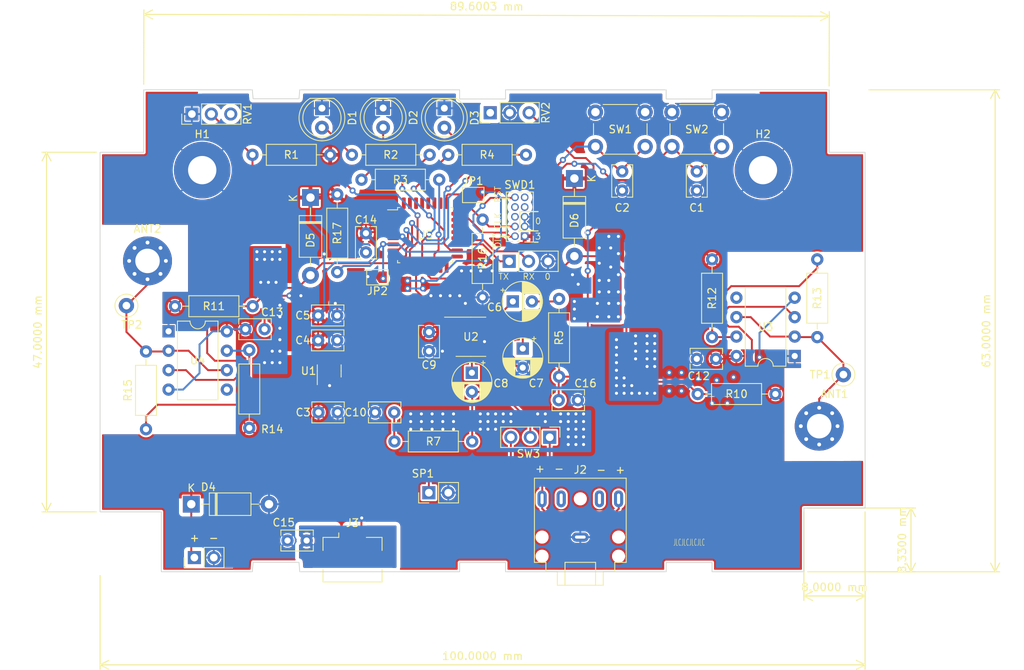
<source format=kicad_pcb>
(kicad_pcb (version 20221018) (generator pcbnew)
  (layers (0 "F.Cu" signal) (31 "B.Cu" signal) (34 "B.Paste" user) (35 "F.Paste" user) (36 "B.SilkS" user "B.Silkscreen") (37 "F.SilkS" user "F.Silkscreen") (38 "B.Mask" user) (39 "F.Mask" user) (44 "Edge.Cuts" user))
  (net 0 "")
  (net 1 "/Oscillators/Pitch Antenna")
  (net 2 "/Oscillators/Volume Antenna")
  (net 3 "GND")
  (net 4 "+5V")
  (net 5 "+3V0")
  (net 6 "/MCU Audio Out")
  (net 7 "Net-(C6-Pad2)")
  (net 8 "Net-(C7-Pad1)")
  (net 9 "Net-(C8-Pad1)")
  (net 10 "Net-(C10-Pad2)")
  (net 11 "Net-(D1-Pad2)")
  (net 12 "Net-(D2-Pad2)")
  (net 13 "Net-(D3-Pad2)")
  (net 14 "/Pitch Frequency")
  (net 15 "/Speaker")
  (net 16 "Net-(C16-Pad2)")
  (net 17 "/Pitch pot")
  (net 18 "/Calibrate Button")
  (net 19 "/Function Button")
  (net 20 "/Sine LED")
  (net 21 "/Square LED")
  (net 22 "/Triangle LED")
  (net 23 "/Output")
  (net 24 "Net-(R14-Pad2)")
  (net 47 "Net-(C8-Pad2)")
  (net 48 "Net-(R12-Pad2)")
  (net 49 "/Volume Frequency")
  (net 50 "/Digital/swdio")
  (net 51 "/Digital/swclk")
  (net 52 "/Digital/RST")
  (net 53 "/Digital/UART TX")
  (net 54 "/Digital/UART RX")
  (net 59 "Net-(C15-Pad1)")
  (net 61 "Net-(J3-Pad2)")
  (footprint "Resistor_THT:R_Axial_DIN0207_L6.3mm_D2.5mm_P10.16mm_Horizontal" (layer "F.Cu") (at 138 78.8 -90)
    (fp_text reference "R16")
    (fp_text value "10k")
  )
  (footprint "Resistor_THT:R_Axial_DIN0207_L6.3mm_D2.5mm_P10.16mm_Horizontal" (layer "F.Cu") (at 168 84 -90)
    (fp_text reference "R12")
    (fp_text value "1Meg")
  )
  (footprint "MountingHole:MountingHole_3.2mm_M3_Pad_Via" (layer "F.Cu") (at 182 105.8)
    (fp_text reference "ANT1")
    (fp_text value "Antenna")
  )
  (footprint "LED_THT:LED_D5.0mm" (layer "F.Cu") (at 117 64.24 -90)
    (fp_text reference "D1")
    (fp_text value "DNF")
  )
  (footprint "TestPoint:TestPoint_Loop_D2.50mm_Drill1.0mm" (layer "F.Cu") (at 185.166 99.06)
    (fp_text reference "TP1")
    (fp_text value "TestPoint")
  )
  (footprint "Capacitor_THT:C_Rect_L4.0mm_W2.5mm_P2.50mm" (layer "F.Cu") (at 150.45 102.4 180)
    (fp_text reference "C16")
    (fp_text value "DNF")
  )
  (footprint "Package_DIP:DIP-8_W7.62mm" (layer "F.Cu") (at 96.95 93.4)
    (fp_text reference "U4")
    (fp_text value "NE555P")
  )
  (footprint "Connector_PinHeader_2.54mm:PinHeader_1x02_P2.54mm_Vertical" (layer "F.Cu") (at 130.975 114.5 90)
    (fp_text reference "SP1")
    (fp_text value "Speaker")
  )
  (footprint "Diode_THT:D_DO-41_SOD81_P10.16mm_Horizontal" (layer "F.Cu") (at 115.5 75.92 -90)
    (fp_text reference "D5")
    (fp_text value "D")
  )
  (footprint "Capacitor_THT:C_Rect_L4.0mm_W2.5mm_P2.50mm" (layer "F.Cu") (at 116.5 94.58)
    (fp_text reference "C4")
    (fp_text value "1u")
  )
  (footprint "Capacitor_THT:CP_Radial_D5.0mm_P2.50mm" (layer "F.Cu") (at 141.94888 89.5)
    (fp_text reference "C6")
    (fp_text value "100u")
  )
  (footprint "Resistor_THT:R_Axial_DIN0207_L6.3mm_D2.5mm_P10.16mm_Horizontal" (layer "F.Cu") (at 122.17 73.58)
    (fp_text reference "R3")
    (fp_text value "DNF")
  )
  (footprint "Package_QFP:LQFP-32_7x7mm_P0.8mm" (layer "F.Cu") (at 130.5 80.83)
    (fp_text reference "U5")
    (fp_text value "STM32G051K8T6")
  )
  (footprint "MountingHole:MountingHole_3.2mm_M3_Pad_Via" (layer "F.Cu") (at 94.2 84.2)
    (fp_text reference "ANT2")
    (fp_text value "Antenna")
  )
  (footprint "Connector_PinHeader_2.54mm:PinHeader_1x02_P2.54mm_Vertical" (layer "F.Cu") (at 100.325 122.98 90)
    (fp_text reference "J1" hide)
    (fp_text value "Conn_01x02_Female")
  )
  (footprint "Capacitor_THT:C_Rect_L4.0mm_W2.5mm_P2.50mm" (layer "F.Cu") (at 131 93.5 -90)
    (fp_text reference "C9")
    (fp_text value ".1u")
  )
  (footprint "Resistor_THT:R_Axial_DIN0207_L6.3mm_D2.5mm_P10.16mm_Horizontal" (layer "F.Cu") (at 176.28 101.6 180)
    (fp_text reference "R10")
    (fp_text value "1K")
  )
  (footprint "Capacitor_THT:C_Rect_L4.0mm_W2.5mm_P2.50mm" (layer "F.Cu") (at 116.5 91.33)
    (fp_text reference "C5")
    (fp_text value ".1u")
  )
  (footprint "Capacitor_THT:C_Rect_L4.0mm_W2.5mm_P2.50mm" (layer "F.Cu") (at 122.75 83.08 90)
    (fp_text reference "C14")
    (fp_text value ".1u")
  )
  (footprint "Resistor_THT:R_Axial_DIN0207_L6.3mm_D2.5mm_P10.16mm_Horizontal" (layer "F.Cu") (at 148 99.33 90)
    (fp_text reference "R5")
    (fp_text value "510k")
  )
  (footprint "Connector_PinHeader_2.54mm:PinHeader_1x03_P2.54mm_Vertical" (layer "F.Cu") (at 141.475 84.25 90)
    (fp_text reference "J4" hide)
    (fp_text value "Conn_01x03_Female")
  )
  (footprint "Diode_THT:D_DO-41_SOD81_P10.16mm_Horizontal" (layer "F.Cu") (at 99.92 116)
    (fp_text reference "D4")
    (fp_text value "D_Zener 12V")
  )
  (footprint "Package_DIP:DIP-8_W7.62mm" (layer "F.Cu") (at 178.8 96.63 180)
    (fp_text reference "U3")
    (fp_text value "NE555P")
  )
  (footprint "Button_Switch_THT:SW_PUSH_6mm" (layer "F.Cu") (at 162.75 64.75)
    (fp_text reference "SW2")
    (fp_text value "DNF")
  )
  (footprint "Capacitor_THT:C_Rect_L4.0mm_W2.5mm_P2.50mm" (layer "F.Cu") (at 116.55 104)
    (fp_text reference "C3")
    (fp_text value ".1u")
  )
  (footprint "MountingHole:MountingHole_3.7mm_Pad" (layer "F.Cu") (at 101.35 72.33)
    (fp_text reference "H1")
    (fp_text value "MountingHole_Pad")
  )
  (footprint "LED_THT:LED_D5.0mm" (layer "F.Cu") (at 125 64.215 -90)
    (fp_text reference "D2")
    (fp_text value "DNF")
  )
  (footprint "Capacitor_THT:C_Rect_L4.0mm_W2.5mm_P2.50mm" (layer "F.Cu") (at 107 93.12)
    (fp_text reference "C13")
    (fp_text value ".1u")
  )
  (footprint "Capacitor_THT:C_Rect_L4.0mm_W2.5mm_P2.50mm" (layer "F.Cu") (at 168.5 97 180)
    (fp_text reference "C12")
    (fp_text value ".1u")
  )
  (footprint "Resistor_THT:R_Axial_DIN0207_L6.3mm_D2.5mm_P10.16mm_Horizontal" (layer "F.Cu") (at 120.92 70.33)
    (fp_text reference "R2")
    (fp_text value "DNF")
  )
  (footprint "Package_TO_SOT_SMD:SOT-23-5" (layer "F.Cu") (at 117.95 98.58 90)
    (fp_text reference "U1")
    (fp_text value "AP2204K-3.0")
  )
  (footprint "MountingHole:MountingHole_3.7mm_Pad" (layer "F.Cu") (at 174.65 72.33)
    (fp_text reference "H2")
    (fp_text value "MountingHole_Pad")
  )
  (footprint "Capacitor_THT:CP_Radial_D5.0mm_P2.50mm" (layer "F.Cu") (at 136.6 98.819328 -90)
    (fp_text reference "C8")
    (fp_text value "470u")
  )
  (footprint "Capacitor_THT:CP_Radial_D5.0mm_P2.50mm" (layer "F.Cu") (at 143.25 95.653992 -90)
    (fp_text reference "C7")
    (fp_text value "100u")
  )
  (footprint "Connector_PinHeader_2.54mm:PinHeader_1x03_P2.54mm_Vertical" (layer "F.Cu") (at 139 64.83 90)
    (fp_text reference "RV2")
    (fp_text value "10k")
  )
  (footprint "Connector_USB:USB_Micro-B_Amphenol_10104110_Horizontal" (layer "F.Cu") (at 121 122)
    (fp_text reference "J3")
    (fp_text value "USB_B_Micro")
  )
  (footprint "Resistor_THT:R_Axial_DIN0207_L6.3mm_D2.5mm_P10.16mm_Horizontal" (layer "F.Cu") (at 107.92 70.33)
    (fp_text reference "R1")
    (fp_text value "DNF")
  )
  (footprint "LED_THT:LED_D5.0mm" (layer "F.Cu") (at 133 64.24 -90)
    (fp_text reference "D3")
    (fp_text value "DNF")
  )
  (footprint "Connector_PinHeader_2.54mm:PinHeader_1x03_P2.54mm_Vertical" (layer "F.Cu") (at 100 65 90)
    (fp_text reference "RV1")
    (fp_text value "DNF")
  )
  (footprint "Connector_PinHeader_2.54mm:PinHeader_1x03_P2.54mm_Vertical" (layer "F.Cu") (at 146.775 107.25 -90)
    (fp_text reference "SW3")
    (fp_text value "SW_SPDT")
  )
  (footprint "Resistor_THT:R_Axial_DIN0207_L6.3mm_D2.5mm_P10.16mm_Horizontal" (layer "F.Cu") (at 94 106.2 90)
    (fp_text reference "R15")
    (fp_text value "1Meg")
  )
  (footprint "Resistor_THT:R_Axial_DIN0207_L6.3mm_D2.5mm_P10.16mm_Horizontal" (layer "F.Cu") (at 107.5 106.03 90)
    (fp_text reference "R14")
    (fp_text value "1Meg")
  )
  (footprint "Jumper:SolderJumper-2_P1.3mm_Open_TrianglePad1.0x1.5mm" (layer "F.Cu") (at 136.775 75.58 180)
    (fp_text reference "JP1")
    (fp_text value "Jumper_2_Open")
  )
  (footprint "Resistor_THT:R_Axial_DIN0207_L6.3mm_D2.5mm_P10.16mm_Horizontal" (layer "F.Cu") (at 119 75.5 -90)
    (fp_text reference "R17")
    (fp_text value "10k")
  )
  (footprint "Capacitor_THT:C_Rect_L4.0mm_W2.5mm_P2.50mm" (layer "F.Cu") (at 123.95 104)
    (fp_text reference "C10")
    (fp_text value ".1u")
  )
  (footprint "Capacitor_THT:C_Rect_L4.0mm_W2.5mm_P2.50mm" (layer "F.Cu") (at 115 120.75 180)
    (fp_text reference "C15")
    (fp_text value ".1u")
  )
  (footprint "Connector_PinHeader_1.27mm:PinHeader_2x05_P1.27mm_Vertical" (layer "F.Cu") (at 143.50289 80.967784 180)
    (fp_text reference "SWD1")
    (fp_text value "Conn_ARM_JTAG_SWD_10")
  )
  (footprint "TestPoint:TestPoint_Loop_D2.50mm_Drill1.0mm" (layer "F.Cu") (at 91.44 90.043)
    (fp_text reference "TP2")
    (fp_text value "TestPoint")
  )
  (footprint "Capacitor_THT:C_Rect_L4.0mm_W2.5mm_P2.50mm" (layer "F.Cu") (at 156.25 75 90)
    (fp_text reference "C2")
    (fp_text value ".1u")
  )
  (footprint "Resistor_THT:R_Axial_DIN0207_L6.3mm_D2.5mm_P10.16mm_Horizontal" (layer "F.Cu") (at 126.48 107.8)
    (fp_text reference "R7")
    (fp_text value "4.7")
  )
  (footprint "Jumper:SolderJumper-2_P1.3mm_Open_TrianglePad1.0x1.5mm" (layer "F.Cu") (at 124.25 86.33 180)
    (fp_text reference "JP2")
    (fp_text value "Jumper_2_Open")
  )
  (footprint "Resistor_THT:R_Axial_DIN0207_L6.3mm_D2.5mm_P10.16mm_Horizontal" (layer "F.Cu") (at 181.75 84 -90)
    (fp_text reference "R13")
    (fp_text value "1Meg")
  )
  (footprint "Resistor_THT:R_Axial_DIN0207_L6.3mm_D2.5mm_P10.16mm_Horizontal" (layer "F.Cu") (at 143.67 70.33 180)
    (fp_text reference "R4")
    (fp_text value "DNF")
  )
  (footprint "Capacitor_THT:C_Rect_L4.0mm_W2.5mm_P2.50mm" (layer "F.Cu") (at 166 75 90)
    (fp_text reference "C1")
    (fp_text value ".1u")
  )
  (footprint "Diode_THT:D_DO-41_SOD81_P10.16mm_Horizontal" (layer "F.Cu") (at 150 73.42 -90)
    (fp_text reference "D6")
    (fp_text value "D")
  )
  (footprint "Resistor_THT:R_Axial_DIN0207_L6.3mm_D2.5mm_P10.16mm_Horizontal" (layer "F.Cu") (at 97.79 90.12)
    (fp_text reference "R11")
    (fp_text value "1K")
  )
  (footprint "Connector_Audio:Jack_3.5mm_CUI_SJ1-3525N_Horizontal" (layer "F.Cu") (at 150.773983 120.301787)
    (fp_text reference "J2")
    (fp_text value "AudioJack3_Dual_Switch")
  )
  (footprint "Button_Switch_THT:SW_PUSH_6mm" (layer "F.Cu") (at 152.75 64.75)
    (fp_text reference "SW1")
    (fp_text value "DNF")
  )
  (footprint "Package_SO:SOIC-8_3.9x4.9mm_P1.27mm" (layer "F.Cu") (at 136.475 94.115)
    (fp_text reference "U2")
    (fp_text value "TDA2822")
  )
  (gr_line (start 141.5 79.75) (end 140.5 79.75) (stroke (width 0.15)) (layer "F.SilkS"))
  (gr_line (start 145.25 81.75) (end 144.75 81.75) (stroke (width 0.15)) (layer "F.SilkS"))
  (gr_line (start 142.875 77.75) (end 142.865 80.28) (stroke (width 0.15)) (layer "F.SilkS"))
  (gr_line (start 145.25 77.75) (end 142.875 77.75) (stroke (width 0.15)) (layer "F.SilkS"))
  (gr_line (start 141.5 76) (end 140.5 76) (stroke (width 0.15)) (layer "F.SilkS"))
  (gr_line (start 141.5 81) (end 140.5 81) (stroke (width 0.15)) (layer "F.SilkS"))
  (gr_line (start 142.936529 80.28) (end 145.25 80.28) (stroke (width 0.15)) (layer "F.SilkS"))
  (gr_poly (pts (xy 88 70) (xy 93.7 70) (xy 93.7 61.83) (xy 107.9 61.83) (xy 108 63) (xy 114 63) (xy 114.1 61.83) (xy 135 61.83) (xy 135 63.03) (xy 141 63.03) (xy 141 61.83) (xy 151.45 61.83) (xy 162 61.83) (xy 162 63.03) (xy 168 63.03) (xy 168 61.83) (xy 183.3 61.83) (xy 183.3 70) (xy 188 70) (xy 188 116.5) (xy 180 116.5) (xy 180 124.83) (xy 168 124.83) (xy 168 123.63) (xy 162 123.63) (xy 162 124.83) (xy 141 124.83) (xy 141 123.63) (xy 135 123.63) (xy 135 124.83) (xy 114.1 124.83) (xy 114 123.6) (xy 108 123.6) (xy 107.9 124.83) (xy 96 124.83) (xy 96 117) (xy 88 117)) (stroke (width 0.1)) (fill none) (layer "Edge.Cuts"))
  (gr_text "David Miall\n2023" (at 167 115) (layer "F.Cu") (effects (font (size 1 1))))
  (gr_text "+" (at 100.35 120.4) (layer "F.SilkS") (effects (font (size 1 1))))
  (gr_text "0" (at 145.25 79) (layer "F.SilkS") (effects (font (size 0.8 0.8) (thickness 0.1))))
  (gr_text "0" (at 146.5 86.25) (layer "F.SilkS") (effects (font (size 0.8 0.8) (thickness 0.1))))
  (gr_text "DIO" (at 140 81.5 90) (layer "F.SilkS") (effects (font (size 0.8 0.8) (thickness 0.1))))
  (gr_text "+" (at 156 111.5) (layer "F.SilkS") (effects (font (size 1 1))))
  (gr_text "RX" (at 144.03 86.25) (layer "F.SilkS") (effects (font (size 0.8 0.8) (thickness 0.1))))
  (gr_text "CLK" (at 140 79 90) (layer "F.SilkS") (effects (font (size 0.8 0.8) (thickness 0.1))))
  (gr_text "3" (at 145.25 81) (layer "F.SilkS") (effects (font (size 0.8 0.8) (thickness 0.1))))
  (gr_text "TX" (at 140.75 86.25) (layer "F.SilkS") (effects (font (size 0.8 0.8) (thickness 0.1))))
  (gr_text "JLCJLCJLCJLC" (at 165 121) (layer "F.SilkS") (effects (font (size 0.85 0.4) (thickness 0.05))))
  (gr_text "-" (at 153.5 111.5) (layer "F.SilkS") (effects (font (size 1 1))))
  (gr_text "-" (at 148 111.5 180) (layer "F.SilkS") (effects (font (size 1 1))))
  (gr_text "+" (at 145.5 111.5 180) (layer "F.SilkS") (effects (font (size 1 1))))
  (gr_text "RST" (at 140 75.5 90) (layer "F.SilkS") (effects (font (size 0.8 0.8) (thickness 0.1))))
  (gr_text "-" (at 102.85 120.4) (layer "F.SilkS") (effects (font (size 1 1))))
  (dimension (type aligned) (layer "F.SilkS") (pts (xy 183.3 61.83) (xy 93.7 61.6)) (height 9.624354) (gr_text "89.6003 mm" (at 138.527657 50.940682 -0.1470758967) (layer "F.SilkS") (effects (font (size 1 1) (thickness 0.15)))) (format (prefix "") (suffix "") (units 3) (units_format 1) (precision 4)) (style (thickness 0.15) (arrow_length 1.27) (text_position_mode 0) (extension_height 0.58642) (extension_offset 0.5) keep_text_aligned))
  (dimension (type aligned) (layer "F.SilkS") (pts (xy 88 124.83) (xy 188 124.83)) (height 12.17) (gr_text "100.0000 mm" (at 138 135.85) (layer "F.SilkS") (effects (font (size 1 1) (thickness 0.15)))) (format (prefix "") (suffix "") (units 3) (units_format 1) (precision 4)) (style (thickness 0.15) (arrow_length 1.27) (text_position_mode 0) (extension_height 0.58642) (extension_offset 0.5) keep_text_aligned))
  (dimension (type aligned) (layer "F.SilkS") (pts (xy 188 61.83) (xy 188 124.83)) (height -17) (gr_text "63.0000 mm" (at 203.85 93.33 90) (layer "F.SilkS") (effects (font (size 1 1) (thickness 0.15)))) (format (prefix "") (suffix "") (units 3) (units_format 1) (precision 4)) (style (thickness 0.15) (arrow_length 1.27) (text_position_mode 0) (extension_height 0.58642) (extension_offset 0.5) keep_text_aligned))
  (dimension (type aligned) (layer "F.SilkS") (pts (xy 180 124.83) (xy 180 116.5)) (height 14) (gr_text "8.3300 mm" (at 192.85 120.665 90) (layer "F.SilkS") (effects (font (size 1 1) (thickness 0.15)))) (format (prefix "") (suffix "") (units 3) (units_format 1) (precision 4)) (style (thickness 0.15) (arrow_length 1.27) (text_position_mode 0) (extension_height 0.58642) (extension_offset 0.5) keep_text_aligned))
  (dimension (type aligned) (layer "F.SilkS") (pts (xy 180 116.5) (xy 188 116.5)) (height 11.5) (gr_text "8.0000 mm" (at 184 126.85) (layer "F.SilkS") (effects (font (size 1 1) (thickness 0.15)))) (format (prefix "") (suffix "") (units 3) (units_format 1) (precision 4)) (style (thickness 0.15) (arrow_length 1.27) (text_position_mode 0) (extension_height 0.58642) (extension_offset 0.5) keep_text_aligned))
  (dimension (type aligned) (layer "F.SilkS") (pts (xy 88 70) (xy 88 117)) (height 7) (gr_text "47.0000 mm" (at 79.85 93.5 90) (layer "F.SilkS") (effects (font (size 1 1) (thickness 0.15)))) (format (prefix "") (suffix "") (units 3) (units_format 1) (precision 4)) (style (thickness 0.15) (arrow_length 1.27) (text_position_mode 0) (extension_height 0.58642) (extension_offset 0.5) keep_text_aligned))
  (segment (start 175.59 94.09) (end 178.8 94.09) (width 0.25) (layer "F.Cu") (net 1))
  (segment (start 178.87 94.16) (end 178.8 94.09) (width 0.25) (layer "F.Cu") (net 1))
  (segment (start 182 102.226) (end 185.166 99.06) (width 0.25) (layer "F.Cu") (net 1))
  (segment (start 185.166 99.06) (end 185.166 97.576) (width 0.25) (layer "F.Cu") (net 1))
  (segment (start 181.75 94.16) (end 178.87 94.16) (width 0.25) (layer "F.Cu") (net 1))
  (segment (start 173.05 91.55) (end 175.59 94.09) (width 0.25) (layer "F.Cu") (net 1))
  (segment (start 171.18 91.55) (end 173.05 91.55) (width 0.25) (layer "F.Cu") (net 1))
  (segment (start 182 105.8) (end 182 102.226) (width 0.25) (layer "F.Cu") (net 1))
  (segment (start 185.166 97.576) (end 181.75 94.16) (width 0.25) (layer "F.Cu") (net 1))
  (segment (start 91.44 90.043) (end 91.44 93.48) (width 0.25) (layer "F.Cu") (net 2))
  (segment (start 94.2 84.2) (end 94.2 87.283) (width 0.25) (layer "F.Cu") (net 2))
  (segment (start 94 96.04) (end 96.85 96.04) (width 0.25) (layer "F.Cu") (net 2))
  (segment (start 91.44 93.48) (end 94 96.04) (width 0.25) (layer "F.Cu") (net 2))
  (segment (start 96.85 96.04) (end 96.95 95.94) (width 0.25) (layer "F.Cu") (net 2))
  (segment (start 99.57 95.94) (end 96.95 95.94) (width 0.25) (layer "F.Cu") (net 2))
  (segment (start 102.11 98.48) (end 99.57 95.94) (width 0.25) (layer "F.Cu") (net 2))
  (segment (start 94.2 87.283) (end 91.44 90.043) (width 0.25) (layer "F.Cu") (net 2))
  (segment (start 104.57 98.48) (end 102.11 98.48) (width 0.25) (layer "F.Cu") (net 2))
  (segment (start 138.25 94.75) (end 138.415 94.915) (width 0.25) (layer "F.Cu") (net 3))
  (segment (start 118.75 89.75) (end 119 90) (width 0.25) (layer "F.Cu") (net 3))
  (segment (start 132.75 96) (end 133.98 96) (width 0.25) (layer "F.Cu") (net 3))
  (segment (start 117.95 99.7175) (end 117.95 100.45) (width 0.25) (layer "F.Cu") (net 3))
  (segment (start 133.98 96) (end 134 96.02) (width 0.25) (layer "F.Cu") (net 3))
  (segment (start 127.130689 81.010707) (end 126.911396 81.23) (width 0.25) (layer "F.Cu") (net 3))
  (segment (start 112.75 88.75) (end 110.75 88.75) (width 0.25) (layer "F.Cu") (net 3))
  (segment (start 127.513234 81.010707) (end 127.130689 81.010707) (width 0.25) (layer "F.Cu") (net 3))
  (segment (start 140.52 96.02) (end 142.653992 98.153992) (width 0.25) (layer "F.Cu") (net 3))
  (segment (start 142.653992 98.153992) (end 143.25 98.153992) (width 0.25) (layer "F.Cu") (net 3))
  (segment (start 110.75 88.75) (end 109.5 90) (width 0.25) (layer "F.Cu") (net 3))
  (segment (start 122.160421 117.839579) (end 122.2 117.8) (width 0.25) (layer "F.Cu") (net 3))
  (segment (start 117.95 100.45) (end 118 100.5) (width 0.25) (layer "F.Cu") (net 3))
  (segment (start 122.160421 120.485627) (end 122.160421 117.839579) (width 0.25) (layer "F.Cu") (net 3))
  (segment (start 123.525 86.33) (end 123.08 86.33) (width 0.25) (layer "F.Cu") (net 3))
  (segment (start 109.5 90) (end 109.5 93.12) (width 0.25) (layer "F.Cu") (net 3))
  (segment (start 138.95 96.02) (end 140.52 96.02) (width 0.25) (layer "F.Cu") (net 3))
  (segment (start 112.75 88.75) (end 114.25 88.75) (width 0.25) (layer "F.Cu") (net 3))
  (segment (start 138.415 94.915) (end 139.475 94.915) (width 0.25) (layer "F.Cu") (net 3))
  (segment (start 126.911396 81.23) (end 126.325 81.23) (width 0.25) (layer "F.Cu") (net 3))
  (segment (start 119 90) (end 119 91.33) (width 0.25) (layer "F.Cu") (net 3))
  (segment (start 123.08 86.33) (end 123 86.25) (width 0.25) (layer "F.Cu") (net 3))
  (via (at 139.25 85.5) (size 0.8) (drill 0.4) (layers "F.Cu" "B.Cu") (net 3))
  (via (at 133.75 88.75) (size 0.8) (drill 0.4) (layers "F.Cu" "B.Cu") (net 3))
  (via (at 131.25 88.75) (size 0.8) (drill 0.4) (layers "F.Cu" "B.Cu") (net 3))
  (via (at 138.25 94.75) (size 0.8) (drill 0.4) (layers "F.Cu" "B.Cu") (net 3))
  (via (at 137.75 85.5) (size 0.8) (drill 0.4) (layers "F.Cu" "B.Cu") (net 3))
  (via (at 123 86.25) (size 0.8) (drill 0.4) (layers "F.Cu" "B.Cu") (net 3))
  (via (at 114.25 88.75) (size 0.8) (drill 0.4) (layers "F.Cu" "B.Cu") (net 3))
  (via (at 118 100.5) (size 0.8) (drill 0.4) (layers "F.Cu" "B.Cu") (net 3))
  (via (at 118.75 89.75) (size 0.8) (drill 0.4) (layers "F.Cu" "B.Cu") (net 3))
  (via (at 132.75 96) (size 0.8) (drill 0.4) (layers "F.Cu" "B.Cu") (net 3))
  (via (at 127.513234 81.010707) (size 0.8) (drill 0.4) (layers "F.Cu" "B.Cu") (net 3))
  (via (at 132.5 88.75) (size 0.8) (drill 0.4) (layers "F.Cu" "B.Cu") (net 3))
  (via (at 135.75 89.75) (size 0.8) (drill 0.4) (layers "F.Cu" "B.Cu") (net 3))
  (via (at 112.75 88.75) (size 0.8) (drill 0.4) (layers "F.Cu" "B.Cu") (net 3))
  (via (at 135 88.75) (size 0.8) (drill 0.4) (layers "F.Cu" "B.Cu") (net 3))
  (via (at 135.25 85.5) (size 0.8) (drill 0.4) (layers "F.Cu" "B.Cu") (net 3))
  (via (at 122.2 117.8) (size 0.8) (drill 0.4) (layers "F.Cu" "B.Cu") (net 3))
  (via (at 149.75 86) (size 0.8) (drill 0.4) (layers "F.Cu" "B.Cu") (net 3))
  (via (at 136.5 85.5) (size 0.8) (drill 0.4) (layers "F.Cu" "B.Cu") (net 3))
  (via (at 150.5 87.25) (size 0.8) (drill 0.4) (layers "F.Cu" "B.Cu") (net 3))
  (segment (start 119.05 113.05) (end 119.05 104) (width 0.25) (layer "B.Cu") (net 3))
  (segment (start 122.2 117.8) (end 122.2 116.2) (width 0.25) (layer "B.Cu") (net 3))
  (segment (start 122.2 116.2) (end 119.05 113.05) (width 0.25) (layer "B.Cu") (net 3))
  (segment (start 118.9 99.7175) (end 118.9 99.333249) (width 0.25) (layer "F.Cu") (net 4))
  (segment (start 99.92 122.575) (end 100.325 122.98) (width 0.25) (layer "F.Cu") (net 4))
  (segment (start 116.55 104) (end 116.55 100.1675) (width 0.25) (layer "F.Cu") (net 4))
  (segment (start 117 99.333249) (end 117 99.7175) (width 0.25) (layer "F.Cu") (net 4))
  (segment (start 117.603249 98.73) (end 117 99.333249) (width 0.25) (layer "F.Cu") (net 4))
  (segment (start 178.75 88.96) (end 178.8 89.01) (width 0.25) (layer "F.Cu") (net 4))
  (segment (start 170.81 97) (end 171.18 96.63) (width 0.25) (layer "F.Cu") (net 4))
  (segment (start 168.5 97) (end 170.81 97) (width 0.25) (layer "F.Cu") (net 4))
  (segment (start 99.92 116) (end 99.92 122.575) (width 0.25) (layer "F.Cu") (net 4))
  (segment (start 133.98 93.5) (end 131 93.5) (width 0.25) (layer "F.Cu") (net 4))
  (segment (start 134 93.48) (end 133.98 93.5) (width 0.25) (layer "F.Cu") (net 4))
  (segment (start 116.55 113.75) (end 116.55 104) (width 0.25) (layer "F.Cu") (net 4))
  (segment (start 118.9 99.333249) (end 118.296751 98.73) (width 0.25) (layer "F.Cu") (net 4))
  (segment (start 118.296751 98.73) (end 117.603249 98.73) (width 0.25) (layer "F.Cu") (net 4))
  (segment (start 119.560421 120.485627) (end 119.560421 116.760421) (width 0.25) (layer "F.Cu") (net 4))
  (segment (start 119.560421 116.760421) (end 116.55 113.75) (width 0.25) (layer "F.Cu") (net 4))
  (segment (start 116.55 100.1675) (end 117 99.7175) (width 0.25) (layer "F.Cu") (net 4))
  (via (at 131.4 105.2) (size 0.8) (drill 0.4) (layers "F.Cu" "B.Cu") (net 4))
  (via (at 134.2 104.2) (size 0.8) (drill 0.4) (layers "F.Cu" "B.Cu") (net 4))
  (via (at 128.6 106.2) (size 0.8) (drill 0.4) (layers "F.Cu" "B.Cu") (net 4))
  (via (at 170 102.8) (size 0.8) (drill 0.4) (layers "F.Cu" "B.Cu") (net 4))
  (via (at 109.5 84) (size 0.8) (drill 0.4) (layers "F.Cu" "B.Cu") (net 4))
  (via (at 110.5 83) (size 0.8) (drill 0.4) (layers "F.Cu" "B.Cu") (net 4))
  (via (at 140.7 104.2) (size 0.8) (drill 0.4) (layers "F.Cu" "B.Cu") (net 4))
  (via (at 139.7 105.2) (size 0.8) (drill 0.4) (layers "F.Cu" "B.Cu") (net 4))
  (via (at 160.5 96) (size 0.8) (drill 0.4) (layers "F.Cu" "B.Cu") (net 4))
  (via (at 155.5 94.5) (size 0.8) (drill 0.4) (layers "F.Cu" "B.Cu") (net 4))
  (via (at 140.7 105.2) (size 0.8) (drill 0.4) (layers "F.Cu" "B.Cu") (net 4))
  (via (at 150.2 104.2) (size 0.8) (drill 0.4) (layers "F.Cu" "B.Cu") (net 4))
  (via (at 111.5 90) (size 0.8) (drill 0.4) (layers "F.Cu" "B.Cu") (net 4))
  (via (at 134.2 105.2) (size 0.8) (drill 0.4) (layers "F.Cu" "B.Cu") (net 4))
  (via (at 110 87) (size 0.8) (drill 0.4) (layers "F.Cu" "B.Cu") (net 4))
  (via (at 130 106.2) (size 0.8) (drill 0.4) (layers "F.Cu" "B.Cu") (net 4))
  (via (at 155.5 97.5) (size 0.8) (drill 0.4) (layers "F.Cu" "B.Cu") (net 4))
  (via (at 151.2 108.2) (size 0.8) (drill 0.4) (layers "F.Cu" "B.Cu") (net 4))
  (via (at 151.2 105.2) (size 0.8) (drill 0.4) (layers "F.Cu" "B.Cu") (net 4))
  (via (at 128.6 104.2) (size 0.8) (drill 0.4) (layers "F.Cu" "B.Cu") (net 4))
  (via (at 134.2 106.2) (size 0.8) (drill 0.4) (layers "F.Cu" "B.Cu") (net 4))
  (via (at 155.5 100.5) (size 0.8) (drill 0.4) (layers "F.Cu" "B.Cu") (net 4))
  (via (at 159.5 94) (size 0.8) (drill 0.4) (layers "F.Cu" "B.Cu") (net 4))
  (via (at 151.2 106.2) (size 0.8) (drill 0.4) (layers "F.Cu" "B.Cu") (net 4))
  (via (at 155.5 101.5) (size 0.8) (drill 0.4) (layers "F.Cu" "B.Cu") (net 4))
  (via (at 174.2 96.8) (size 0.8) (drill 0.4) (layers "F.Cu" "B.Cu") (net 4))
  (via (at 149.2 104.2) (size 0.8) (drill 0.4) (layers "F.Cu" "B.Cu") (net 4))
  (via (at 131.4 104.2) (size 0.8) (drill 0.4) (layers "F.Cu" "B.Cu") (net 4))
  (via (at 151.2 107.2) (size 0.8) (drill 0.4) (layers "F.Cu" "B.Cu") (net 4))
  (via (at 149.2 106.2) (size 0.8) (drill 0.4) (layers "F.Cu" "B.Cu") (net 4))
  (via (at 155.5 96.5) (size 0.8) (drill 0.4) (layers "F.Cu" "B.Cu") (net 4))
  (via (at 159.5 95) (size 0.8) (drill 0.4) (layers "F.Cu" "B.Cu") (net 4))
  (via (at 111.5 94.5) (size 0.8) (drill 0.4) (layers "F.Cu" "B.Cu") (net 4))
  (via (at 108.5 84) (size 0.8) (drill 0.4) (layers "F.Cu" "B.Cu") (net 4))
  (via (at 158 96) (size 0.8) (drill 0.4) (layers "F.Cu" "B.Cu") (net 4))
  (via (at 130 105.2) (size 0.8) (drill 0.4) (layers "F.Cu" "B.Cu") (net 4))
  (via (at 111.5 96) (size 0.8) (drill 0.4) (layers "F.Cu" "B.Cu") (net 4))
  (via (at 150.2 107.2) (size 0.8) (drill 0.4) (layers "F.Cu" "B.Cu") (net 4))
  (via (at 150.2 106.2) (size 0.8) (drill 0.4) (layers "F.Cu" "B.Cu") (net 4))
  (via (at 158.5 101.5) (size 0.8) (drill 0.4) (layers "F.Cu" "B.Cu") (net 4))
  (via (at 149.2 108.2) (size 0.8) (drill 0.4) (layers "F.Cu" "B.Cu") (net 4))
  (via (at 158 97) (size 0.8) (drill 0.4) (layers "F.Cu" "B.Cu") (net 4))
  (via (at 108.5 83) (size 0.8) (drill 0.4) (layers "F.Cu" "B.Cu") (net 4))
  (via (at 149.2 107.2) (size 0.8) (drill 0.4) (layers "F.Cu" "B.Cu") (net 4))
  (via (at 148.2 105.2) (size 0.8) (drill 0.4) (layers "F.Cu" "B.Cu") (net 4))
  (via (at 141.7 104.2) (size 0.8) (drill 0.4) (layers "F.Cu" "B.Cu") (net 4))
  (via (at 132.8 104.2) (size 0.8) (drill 0.4) (layers "F.Cu" "B.Cu") (net 4))
  (via (at 138.7 105.2) (size 0.8) (drill 0.4) (layers "F.Cu" "B.Cu") (net 4))
  (via (at 111.5 84) (size 0.8) (drill 0.4) (layers "F.Cu" "B.Cu") (net 4))
  (via (at 149.2 105.2) (size 0.8) (drill 0.4) (layers "F.Cu" "B.Cu") (net 4))
  (via (at 148.2 104.2) (size 0.8) (drill 0.4) (layers "F.Cu" "B.Cu") (net 4))
  (via (at 145.2 104.2) (size 0.8) (drill 0.4) (layers "F.Cu" "B.Cu") (net 4))
  (via (at 110.5 96) (size 0.8) (drill 0.4) (layers "F.Cu" "B.Cu") (net 4))
  (via (at 159.5 98) (size 0.8) (drill 0.4) (layers "F.Cu" "B.Cu") (net 4))
  (via (at 162.4 98.8) (size 0.8) (drill 0.4) (layers "F.Cu" "B.Cu") (net 4))
  (via (at 131.4 106.2) (size 0.8) (drill 0.4) (layers "F.Cu" "B.Cu") (net 4))
  (via (at 159.5 96) (size 0.8) (drill 0.4) (layers "F.Cu" "B.Cu") (net 4))
  (via (at 168 102.8) (size 0.8) (drill 0.4) (layers "F.Cu" "B.Cu") (net 4))
  (via (at 110.5 84) (size 0.8) (drill 0.4) (layers "F.Cu" "B.Cu") (net 4))
  (via (at 162.4 101.2) (size 0.8) (drill 0.4) (layers "F.Cu" "B.Cu") (net 4))
  (via (at 155.5 98.5) (size 0.8) (drill 0.4) (layers "F.Cu" "B.Cu") (net 4))
  (via (at 160.5 95) (size 0.8) (drill 0.4) (layers "F.Cu" "B.Cu") (net 4))
  (via (at 150.2 108.2) (size 0.8) (drill 0.4) (layers "F.Cu" "B.Cu") (net 4))
  (via (at 141.7 105.2) (size 0.8) (drill 0.4) (layers "F.Cu" "B.Cu") (net 4))
  (via (at 166.2 99.6) (size 0.8) (drill 0.4) (layers "F.Cu" "B.Cu") (net 4))
  (via (at 128.6 105.2) (size 0.8) (drill 0.4) (layers "F.Cu" "B.Cu") (net 4))
  (via (at 160.5 97) (size 0.8) (drill 0.4) (layers "F.Cu" "B.Cu") (net 4))
  (via (at 111.5 97.5) (size 0.8) (drill 0.4) (layers "F.Cu" "B.Cu") (net 4))
  (via (at 111.5 91.5) (size 0.8) (drill 0.4) (layers "F.Cu" "B.Cu") (net 4))
  (via (at 137.7 105.2) (size 0.8) (drill 0.4) (layers "F.Cu" "B.Cu") (net 4))
  (via (at 155.5 95.5) (size 0.8) (drill 0.4) (layers "F.Cu" "B.Cu") (net 4))
  (via (at 160.5 101.5) (size 0.8) (drill 0.4) (layers "F.Cu" "B.Cu") (net 4))
  (via (at 160.5 94) (size 0.8) (drill 0.4) (layers "F.Cu" "B.Cu") (net 4))
  (via (at 130 104.2) (size 0.8) (drill 0.4) (layers "F.Cu" "B.Cu") (net 4))
  (via (at 132.8 106.2) (size 0.8) (drill 0.4) (layers "F.Cu" "B.Cu") (net 4))
  (via (at 159.5 97) (size 0.8) (drill 0.4) (layers "F.Cu" "B.Cu") (net 4))
  (via (at 170.8 99.4) (size 0.8) (drill 0.4) (layers "F.Cu" "B.Cu") (net 4))
  (via (at 109.5 97.5) (size 0.8) (drill 0.4) (layers "F.Cu" "B.Cu") (net 4))
  (via (at 164 101.2) (size 0.8) (drill 0.4) (layers "F.Cu" "B.Cu") (net 4))
  (via (at 164 98.8) (size 0.8) (drill 0.4) (layers "F.Cu" "B.Cu") (net 4))
  (via (at 137.7 104.2) (size 0.8) (drill 0.4) (layers "F.Cu" "B.Cu") (net 4))
  (via (at 156.5 99.5) (size 0.8) (drill 0.4) (layers "F.Cu" "B.Cu") (net 4))
  (via (at 146.2 104.2) (size 0.8) (drill 0.4) (layers "F.Cu" "B.Cu") (net 4))
  (via (at 110.5 97.5) (size 0.8) (drill 0.4) (layers "F.Cu" "B.Cu") (net 4))
  (via (at 156.5 101.5) (size 0.8) (drill 0.4) (layers "F.Cu" "B.Cu") (net 4))
  (via (at 168.6 99.8) (size 0.8) (drill 0.4) (layers "F.Cu" "B.Cu") (net 4))
  (via (at 158 95) (size 0.8) (drill 0.4) (layers "F.Cu" "B.Cu") (net 4))
  (via (at 159.5 101.5) (size 0.8) (drill 0.4) (layers "F.Cu" "B.Cu") (net 4))
  (via (at 111 87) (size 0.8) (drill 0.4) (layers "F.Cu" "B.Cu") (net 4))
  (via (at 109 87) (size 0.8) (drill 0.4) (layers "F.Cu" "B.Cu") (net 4))
  (via (at 139.7 106.2) (size 0.8) (drill 0.4) (layers "F.Cu" "B.Cu") (net 4))
  (via (at 111.5 83) (size 0.8) (drill 0.4) (layers "F.Cu" "B.Cu") (net 4))
  (via (at 157.5 101.5) (size 0.8) (drill 0.4) (layers "F.Cu" "B.Cu") (net 4))
  (via (at 150.2 105.2) (size 0.8) (drill 0.4) (layers "F.Cu" "B.Cu") (net 4))
  (via (at 146.2 105.2) (size 0.8) (drill 0.4) (layers "F.Cu" "B.Cu") (net 4))
  (via (at 157.5 100.5) (size 0.8) (drill 0.4) (layers "F.Cu" "B.Cu") (net 4))
  (via (at 111.5 93) (size 0.8) (drill 0.4) (layers "F.Cu" "B.Cu") (net 4))
  (via (at 155.5 99.5) (size 0.8) (drill 0.4) (layers "F.Cu" "B.Cu") (net 4))
  (via (at 160.5 98) (size 0.8) (drill 0.4) (layers "F.Cu" "B.Cu") (net 4))
  (via (at 139.7 104.2) (size 0.8) (drill 0.4) (layers "F.Cu" "B.Cu") (net 4))
  (via (at 109.5 83) (size 0.8) (drill 0.4) (layers "F.Cu" "B.Cu") (net 4))
  (via (at 132.8 105.2) (size 0.8) (drill 0.4) (layers "F.Cu" "B.Cu") (net 4))
  (via (at 151.2 104.2) (size 0.8) (drill 0.4) (layers "F.Cu" "B.Cu") (net 4))
  (via (at 158 94) (size 0.8) (drill 0.4) (layers "F.Cu" "B.Cu") (net 4))
  (via (at 138.7 106.2) (size 0.8) (drill 0.4) (layers "F.Cu" "B.Cu") (net 4))
  (via (at 156.5 100.5) (size 0.8) (drill 0.4) (layers "F.Cu" "B.Cu") (net 4))
  (via (at 138.7 104.2) (size 0.8) (drill 0.4) (layers "F.Cu" "B.Cu") (net 4))
  (via (at 137.7 106.2) (size 0.8) (drill 0.4) (layers "F.Cu" "B.Cu") (net 4))
  (segment (start 178.8 89.01) (end 174.2 93.61) (width 0.25) (layer "B.Cu") (net 4))
  (segment (start 107 93.12) (end 104.85 93.12) (width 0.25) (layer "B.Cu") (net 4))
  (segment (start 102.72 93.4) (end 101 95.12) (width 0.25) (layer "B.Cu") (net 4))
  (segment (start 101 95.12) (end 101 98.87) (width 0.25) (layer "B.Cu") (net 4))
  (segment (start 174.2 93.61) (end 174.2 96.8) (width 0.25) (layer "B.Cu") (net 4))
  (segment (start 98.85 101.02) (end 96.95 101.02) (width 0.25) (layer "B.Cu") (net 4))
  (segment (start 104.57 93.4) (end 102.72 93.4) (width 0.25) (layer "B.Cu") (net 4))
  (segment (start 101 98.87) (end 98.85 101.02) (width 0.25) (layer "B.Cu") (net 4))
  (segment (start 104.85 93.12) (end 104.57 93.4) (width 0.25) (layer "B.Cu") (net 4))
  (segment (start 122.75 79.25) (end 119 75.5) (width 0.25) (layer "F.Cu") (net 5))
  (segment (start 137.5 75.58) (end 137.62 75.58) (width 0.25) (layer "F.Cu") (net 5))
  (segment (start 122.75 80.58) (end 122.92 80.58) (width 0.25) (layer "F.Cu") (net 5))
  (segment (start 119 75.5) (end 115.92 75.5) (width 0.25) (layer "F.Cu") (net 5))
  (segment (start 117 95.08) (end 116.5 94.58) (width 0.25) (layer "F.Cu") (net 5))
  (segment (start 137.62 75.58) (end 138 75.2) (width 0.25) (layer "F.Cu") (net 5))
  (segment (start 122.92 80.58) (end 123.07 80.43) (width 0.25) (layer "F.Cu") (net 5))
  (segment (start 122.75 80.58) (end 122.75 79.25) (width 0.25) (layer "F.Cu") (net 5))
  (segment (start 116.5 94.58) (end 116.5 91.33) (width 0.25) (layer "F.Cu") (net 5))
  (segment (start 123.07 80.43) (end 126.325 80.43) (width 0.25) (layer "F.Cu") (net 5))
  (segment (start 117 97.4425) (end 117 95.08) (width 0.25) (layer "F.Cu") (net 5))
  (segment (start 115.92 75.5) (end 115.5 75.92) (width 0.25) (layer "F.Cu") (net 5))
  (via (at 155.75 86) (size 0.8) (drill 0.4) (layers "F.Cu" "B.Cu") (net 5))
  (via (at 128.2 87.8) (size 0.8) (drill 0.4) (layers "F.Cu" "B.Cu") (net 5))
  (via (at 155.75 81) (size 0.8) (drill 0.4) (layers "F.Cu" "B.Cu") (net 5))
  (via (at 150 89.5) (size 0.8) (drill 0.4) (layers "F.Cu" "B.Cu") (net 5))
  (via (at 155.75 89.75) (size 0.8) (drill 0.4) (layers "F.Cu" "B.Cu") (net 5))
  (via (at 153 89.75) (size 0.8) (drill 0.4) (layers "F.Cu" "B.Cu") (net 5))
  (via (at 154.5 81) (size 0.8) (drill 0.4) (layers "F.Cu" "B.Cu") (net 5))
  (via (at 153 91.5) (size 0.8) (drill 0.4) (layers "F.Cu" "B.Cu") (net 5))
  (via (at 154.5 86.75) (size 0.8) (drill 0.4) (layers "F.Cu" "B.Cu") (net 5))
  (via (at 155.75 83.25) (size 0.8) (drill 0.4) (layers "F.Cu" "B.Cu") (net 5))
  (via (at 155.75 91.5) (size 0.8) (drill 0.4) (layers "F.Cu" "B.Cu") (net 5))
  (via (at 150 91.75) (size 0.8) (drill 0.4) (layers "F.Cu" "B.Cu") (net 5))
  (via (at 153.25 82.5) (size 0.8) (drill 0.4) (layers "F.Cu" "B.Cu") (net 5))
  (via (at 117.299999 83.300001) (size 0.8) (drill 0.4) (layers "F.Cu" "B.Cu") (net 5))
  (via (at 128.2 86.8) (size 0.8) (drill 0.4) (layers "F.Cu" "B.Cu") (net 5))
  (via (at 154.75 82.5) (size 0.8) (drill 0.4) (layers "F.Cu" "B.Cu") (net 5))
  (via (at 153.25 88.25) (size 0.8) (drill 0.4) (layers "F.Cu" "B.Cu") (net 5))
  (via (at 130.2 86.8) (size 0.8) (drill 0.4) (layers "F.Cu" "B.Cu") (net 5))
  (via (at 138 75.2) (size 0.8) (drill 0.4) (layers "F.Cu" "B.Cu") (net 5))
  (via (at 130.2 87.8) (size 0.8) (drill 0.4) (layers "F.Cu" "B.Cu") (net 5))
  (via (at 150 90.5) (size 0.8) (drill 0.4) (layers "F.Cu" "B.Cu") (net 5))
  (via (at 153.25 86.75) (size 0.8) (drill 0.4) (layers "F.Cu" "B.Cu") (net 5))
  (via (at 155.75 88.25) (size 0.8) (drill 0.4) (layers "F.Cu" "B.Cu") (net 5))
  (via (at 154.5 91.5) (size 0.8) (drill 0.4) (layers "F.Cu" "B.Cu") (net 5))
  (via (at 138.4 84.2) (size 0.8) (drill 0.4) (layers "F.Cu" "B.Cu") (net 5))
  (via (at 154.5 88.25) (size 0.8) (drill 0.4) (layers "F.Cu" "B.Cu") (net 5))
  (via (at 153.25 84.5) (size 0.8) (drill 0.4) (layers "F.Cu" "B.Cu") (net 5))
  (via (at 154.75 85) (size 0.8) (drill 0.4) (layers "F.Cu" "B.Cu") (net 5))
  (via (at 154.5 89.75) (size 0.8) (drill 0.4) (layers "F.Cu" "B.Cu") (net 5))
  (segment (start 134.6 84.2) (end 138.4 84.2) (width 0.25) (layer "B.Cu") (net 5))
  (segment (start 138 75.2) (end 139.6 75.2) (width 0.25) (layer "B.Cu") (net 5))
  (segment (start 117.299999 80.899999) (end 115.5 79.1) (width 0.25) (layer "B.Cu") (net 5))
  (segment (start 116.5 91.33) (end 117.299999 90.530001) (width 0.25) (layer "B.Cu") (net 5))
  (segment (start 130.2 86.8) (end 132 86.8) (width 0.25) (layer "B.Cu") (net 5))
  (segment (start 117.299999 83.300001) (end 117.299999 80.899999) (width 0.25) (layer "B.Cu") (net 5))
  (segment (start 123.089999 84.410001) (end 124 83.5) (width 0.25) (layer "B.Cu") (net 5))
  (segment (start 124 81.83) (end 122.75 80.58) (width 0.25) (layer "B.Cu") (net 5))
  (segment (start 117.299999 90.530001) (end 117.299999 85.76901) (width 0.25) (layer "B.Cu") (net 5))
  (segment (start 117.299999 85.76901) (end 117.299999 83.300001) (width 0.25) (layer "B.Cu") (net 5))
  (segment (start 124 83.5) (end 124 81.83) (width 0.25) (layer "B.Cu") (net 5))
  (segment (start 128.2 86.8) (end 130.2 86.8) (width 0.25) (layer "B.Cu") (net 5))
  (segment (start 140.4 76) (end 140.4 82.2) (width 0.25) (layer "B.Cu") (net 5))
  (segment (start 140.4 82.2) (end 138.4 84.2) (width 0.25) (layer "B.Cu") (net 5))
  (segment (start 130.2 87.8) (end 128.2 87.8) (width 0.25) (layer "B.Cu") (net 5))
  (segment (start 115.5 79.1) (end 115.5 75.92) (width 0.25) (layer "B.Cu") (net 5))
  (segment (start 132 86.8) (end 134.6 84.2) (width 0.25) (layer "B.Cu") (net 5))
  (segment (start 118.659008 84.410001) (end 123.089999 84.410001) (width 0.25) (layer "B.Cu") (net 5))
  (segment (start 139.6 75.2) (end 140.4 76) (width 0.25) (layer "B.Cu") (net 5))
  (segment (start 117.299999 85.76901) (end 118.659008 84.410001) (width 0.25) (layer "B.Cu") (net 5))
  (segment (start 129.3 88.05) (end 132.25 91) (width 0.25) (layer "F.Cu") (net 6))
  (segment (start 140.44888 91) (end 141.94888 89.5) (width 0.25) (layer "F.Cu") (net 6))
  (segment (start 132.25 91) (end 140.44888 91) (width 0.25) (layer "F.Cu") (net 6))
  (segment (start 129.3 85.005) (end 129.3 88.05) (width 0.25) (layer "F.Cu") (net 6))
  (segment (start 144.44888 89.5) (end 147.67 89.5) (width 0.25) (layer "F.Cu") (net 7))
  (segment (start 147.67 89.5) (end 148 89.17) (width 0.25) (layer "F.Cu") (net 7))
  (segment (start 143.25 93.25) (end 142.21 92.21) (width 0.25) (layer "F.Cu") (net 8))
  (segment (start 143.25 95.653992) (end 143.25 93.25) (width 0.25) (layer "F.Cu") (net 8))
  (segment (start 142.21 92.21) (end 138.95 92.21) (width 0.25) (layer "F.Cu") (net 8))
  (segment (start 136.6 93) (end 136.6 98.819328) (width 0.25) (layer "F.Cu") (net 9))
  (segment (start 134 92.21) (end 135.81 92.21) (width 0.25) (layer "F.Cu") (net 9))
  (segment (start 135.81 92.21) (end 136.6 93) (width 0.25) (layer "F.Cu") (net 9))
  (segment (start 126.45 104) (end 126.45 107.77) (width 0.25) (layer "F.Cu") (net 10))
  (segment (start 126.45 107.77) (end 126.48 107.8) (width 0.25) (layer "F.Cu") (net 10))
  (segment (start 120.92 70.33) (end 117.37 66.78) (width 0.25) (layer "F.Cu") (net 11))
  (segment (start 117.37 66.78) (end 117 66.78) (width 0.25) (layer "F.Cu") (net 11))
  (segment (start 125 70.75) (end 122.17 73.58) (width 0.25) (layer "F.Cu") (net 12))
  (segment (start 125 66.755) (end 125 70.75) (width 0.25) (layer "F.Cu") (net 12))
  (segment (start 136.55 70.33) (end 133 66.78) (width 0.25) (layer "F.Cu") (net 13))
  (segment (start 143.67 70.33) (end 136.55 70.33) (width 0.25) (layer "F.Cu") (net 13))
  (segment (start 169.6 92.2) (end 170.2 92.8) (width 0.25) (layer "F.Cu") (net 14))
  (segment (start 169.6 90.8) (end 169.6 92.2) (width 0.25) (layer "F.Cu") (net 14))
  (segment (start 178.8 91.55) (end 177.45 90.2) (width 0.25) (layer "F.Cu") (net 14))
  (segment (start 131.25 86.5) (end 130.9 86.15) (width 0.25) (layer "F.Cu") (net 14))
  (segment (start 173.2 99.4) (end 171 101.6) (width 0.25) (layer "F.Cu") (net 14))
  (segment (start 130.9 86.15) (end 130.9 85.005) (width 0.25) (layer "F.Cu") (net 14))
  (segment (start 170.2 92.8) (end 171.480991 92.8) (width 0.25) (layer "F.Cu") (net 14))
  (segment (start 150 83.58) (end 147.08 86.5) (width 0.25) (layer "F.Cu") (net 14))
  (segment (start 171 101.6) (end 166.12 101.6) (width 0.25) (layer "F.Cu") (net 14))
  (segment (start 170.2 90.2) (end 169.6 90.8) (width 0.25) (layer "F.Cu") (net 14))
  (segment (start 154.58 83.58) (end 156.8 85.8) (width 0.25) (layer "F.Cu") (net 14))
  (segment (start 147.08 86.5) (end 131.25 86.5) (width 0.25) (layer "F.Cu") (net 14))
  (segment (start 150 83.58) (end 154.58 83.58) (width 0.25) (layer "F.Cu") (net 14))
  (segment (start 164.52 100) (end 166.12 101.6) (width 0.25) (layer "F.Cu") (net 14))
  (segment (start 177.45 90.2) (end 170.2 90.2) (width 0.25) (layer "F.Cu") (net 14))
  (segment (start 171.480991 92.8) (end 173.2 94.519009) (width 0.25) (layer "F.Cu") (net 14))
  (segment (start 156.8 85.8) (end 156.8 97.8) (width 0.25) (layer "F.Cu") (net 14))
  (segment (start 173.2 94.519009) (end 173.2 99.4) (width 0.25) (layer "F.Cu") (net 14))
  (segment (start 159 100) (end 164.52 100) (width 0.25) (layer "F.Cu") (net 14))
  (segment (start 156.8 97.8) (end 159 100) (width 0.25) (layer "F.Cu") (net 14))
  (segment (start 141.095 111.8) (end 131.8 111.8) (width 0.25) (layer "F.Cu") (net 15))
  (segment (start 141.695 107.25) (end 141.695 111.2) (width 0.25) (layer "F.Cu") (net 15))
  (segment (start 130.975 112.625) (end 130.975 114.5) (width 0.25) (layer "F.Cu") (net 15))
  (segment (start 131.8 111.8) (end 130.975 112.625) (width 0.25) (layer "F.Cu") (net 15))
  (segment (start 141.695 111.2) (end 141.095 111.8) (width 0.25) (layer "F.Cu") (net 15))
  (segment (start 150.17 99.33) (end 148 99.33) (width 0.25) (layer "F.Cu") (net 16))
  (segment (start 141.75 96.5) (end 141.75 94.375) (width 0.25) (layer "F.Cu") (net 16))
  (segment (start 151.75 85.5) (end 151.75 97.75) (width 0.25) (layer "F.Cu") (net 16))
  (segment (start 152.5 71.75) (end 152.5 79.75) (width 0.25) (layer "F.Cu") (net 16))
  (segment (start 141.75 94.375) (end 140.855 93.48) (width 0.25) (layer "F.Cu") (net 16))
  (segment (start 150 70.75) (end 151.5 70.75) (width 0.25) (layer "F.Cu") (net 16))
  (segment (start 152.5 79.75) (end 151.75 80.5) (width 0.25) (layer "F.Cu") (net 16))
  (segment (start 146.846008 97) (end 142.25 97) (width 0.25) (layer "F.Cu") (net 16))
  (segment (start 147.95 102.4) (end 147.95 99.38) (width 0.25) (layer "F.Cu") (net 16))
  (segment (start 148 99.33) (end 148 98.153992) (width 0.25) (layer "F.Cu") (net 16))
  (segment (start 142.25 97) (end 141.75 96.5) (width 0.25) (layer "F.Cu") (net 16))
  (segment (start 147.95 99.38) (end 148 99.33) (width 0.25) (layer "F.Cu") (net 16))
  (segment (start 148 98.153992) (end 146.846008 97) (width 0.25) (layer "F.Cu") (net 16))
  (segment (start 140.855 93.48) (end 138.95 93.48) (width 0.25) (layer "F.Cu") (net 16))
  (segment (start 144.08 64.83) (end 150 70.75) (width 0.25) (layer "F.Cu") (net 16))
  (segment (start 151.75 97.75) (end 150.17 99.33) (width 0.25) (layer "F.Cu") (net 16))
  (segment (start 151.5 70.75) (end 152.5 71.75) (width 0.25) (layer "F.Cu") (net 16))
  (via (at 151.75 80.5) (size 0.8) (drill 0.4) (layers "F.Cu" "B.Cu") (net 16))
  (via (at 151.75 85.5) (size 0.8) (drill 0.4) (layers "F.Cu" "B.Cu") (net 16))
  (segment (start 151.75 80.5) (end 151.75 85.5) (width 0.25) (layer "B.Cu") (net 16))
  (segment (start 107.92 71.92) (end 107.92 70.33) (width 0.25) (layer "F.Cu") (net 17))
  (segment (start 129.5 78.25) (end 129.5 81.75) (width 0.25) (layer "F.Cu") (net 17))
  (segment (start 129.5 81.75) (end 128.5 82.75) (width 0.25) (layer "F.Cu") (net 17))
  (segment (start 109 73) (end 107.92 71.92) (width 0.25) (layer "F.Cu") (net 17))
  (segment (start 102.54 65) (end 107.87 70.33) (width 0.25) (layer "F.Cu") (net 17))
  (segment (start 119 73) (end 109 73) (width 0.25) (layer "F.Cu") (net 17))
  (segment (start 128.5 82.75) (end 128.5 85.005) (width 0.25) (layer "F.Cu") (net 17))
  (segment (start 107.87 70.33) (end 107.92 70.33) (width 0.25) (layer "F.Cu") (net 17))
  (segment (start 121 75) (end 119 73) (width 0.25) (layer "F.Cu") (net 17))
  (via (at 129.5 78.25) (size 0.8) (drill 0.4) (layers "F.Cu" "B.Cu") (net 17))
  (via (at 121 75) (size 0.8) (drill 0.4) (layers "F.Cu" "B.Cu") (net 17))
  (segment (start 121.5 75.5) (end 126.75 75.5) (width 0.25) (layer "B.Cu") (net 17))
  (segment (start 121 75) (end 121.5 75.5) (width 0.25) (layer "B.Cu") (net 17))
  (segment (start 126.75 75.5) (end 129.5 78.25) (width 0.25) (layer "B.Cu") (net 17))
  (segment (start 137.25 72.25) (end 146.5 72.25) (width 0.25) (layer "F.Cu") (net 18))
  (segment (start 128.238234 80.355439) (end 128.051 80.168205) (width 0.25) (layer "F.Cu") (net 18))
  (segment (start 135.75 73.75) (end 137.25 72.25) (width 0.25) (layer "F.Cu") (net 18))
  (segment (start 126.325 82.83) (end 126.911396 82.83) (width 0.25) (layer "F.Cu") (net 18))
  (segment (start 146.5 72.25) (end 148.275305 72.25) (width 0.25) (layer "F.Cu") (net 18))
  (segment (start 154.875 73.625) (end 158.375 73.625) (width 0.25) (layer "F.Cu") (net 18))
  (segment (start 128.238234 81.503162) (end 128.238234 80.355439) (width 0.25) (layer "F.Cu") (net 18))
  (segment (start 169.25 69.25) (end 166 72.5) (width 0.25) (layer "F.Cu") (net 18))
  (segment (start 149.025305 71.5) (end 150 71.5) (width 0.25) (layer "F.Cu") (net 18))
  (segment (start 158.375 73.625) (end 162.75 69.25) (width 0.25) (layer "F.Cu") (net 18))
  (segment (start 153.75 72.5) (end 154.875 73.625) (width 0.25) (layer "F.Cu") (net 18))
  (segment (start 126.911396 82.83) (end 128.238234 81.503162) (width 0.25) (layer "F.Cu") (net 18))
  (segment (start 162.75 69.25) (end 166 72.5) (width 0.25) (layer "F.Cu") (net 18))
  (segment (start 148.275305 72.25) (end 149.025305 71.5) (width 0.25) (layer "F.Cu") (net 18))
  (via (at 128.051 80.168205) (size 0.8) (drill 0.4) (layers "F.Cu" "B.Cu") (net 18))
  (via (at 150 71.5) (size 0.8) (drill 0.4) (layers "F.Cu" "B.Cu") (net 18))
  (via (at 153.75 72.5) (size 0.8) (drill 0.4) (layers "F.Cu" "B.Cu") (net 18))
  (via (at 135.75 73.75) (size 0.8) (drill 0.4) (layers "F.Cu" "B.Cu") (net 18))
  (segment (start 133.5 76) (end 135.75 73.75) (width 0.25) (layer "B.Cu") (net 18))
  (segment (start 132.711701 81.95) (end 133.5 81.161701) (width 0.25) (layer "B.Cu") (net 18))
  (segment (start 129.832795 81.95) (end 132.711701 81.95) (width 0.25) (layer "B.Cu") (net 18))
  (segment (start 150 71.5) (end 152.75 71.5) (width 0.25) (layer "B.Cu") (net 18))
  (segment (start 152.75 71.5) (end 153.75 72.5) (width 0.25) (layer "B.Cu") (net 18))
  (segment (start 133.5 81.161701) (end 133.5 76.5) (width 0.25) (layer "B.Cu") (net 18))
  (segment (start 128.051 80.168205) (end 129.832795 81.95) (width 0.25) (layer "B.Cu") (net 18))
  (segment (start 133.5 76.5) (end 133.5 76) (width 0.25) (layer "B.Cu") (net 18))
  (segment (start 127.87 83.63) (end 128 83.5) (width 0.25) (layer "F.Cu") (net 19))
  (segment (start 138 71.75) (end 147.75 71.75) (width 0.25) (layer "F.Cu") (net 19))
  (segment (start 128.7755 81.838104) (end 128.7755 79.25) (width 0.25) (layer "F.Cu") (net 19))
  (segment (start 156.25 72.25) (end 156.25 72.5) (width 0.25) (layer "F.Cu") (net 19))
  (segment (start 133.5 74.75) (end 136.5 71.75) (width 0.25) (layer "F.Cu") (net 19))
  (segment (start 156 72.5) (end 156.25 72.5) (width 0.25) (layer "F.Cu") (net 19))
  (segment (start 128 82.613604) (end 128.313604 82.3) (width 0.25) (layer "F.Cu") (net 19))
  (segment (start 126.325 83.63) (end 127.87 83.63) (width 0.25) (layer "F.Cu") (net 19))
  (segment (start 147.75 71.75) (end 148.5 71) (width 0.25) (layer "F.Cu") (net 19))
  (segment (start 159.25 69.25) (end 156.25 72.25) (width 0.25) (layer "F.Cu") (net 19))
  (segment (start 152.75 69.25) (end 156 72.5) (width 0.25) (layer "F.Cu") (net 19))
  (segment (start 128 83.5) (end 128 82.613604) (width 0.25) (layer "F.Cu") (net 19))
  (segment (start 136.5 71.75) (end 138 71.75) (width 0.25) (layer "F.Cu") (net 19))
  (segment (start 128.313604 82.3) (end 128.7755 81.838104) (width 0.25) (layer "F.Cu") (net 19))
  (via (at 133.5 74.75) (size 0.8) (drill 0.4) (layers "F.Cu" "B.Cu") (net 19))
  (via (at 128.7755 79.25) (size 0.8) (drill 0.4) (layers "F.Cu" "B.Cu") (net 19))
  (via (at 148.5 71) (size 0.8) (drill 0.4) (layers "F.Cu" "B.Cu") (net 19))
  (segment (start 128.7755 79.25) (end 130.25 80.7245) (width 0.25) (layer "B.Cu") (net 19))
  (segment (start 148.5 71) (end 150.25 69.25) (width 0.25) (layer "B.Cu") (net 19))
  (segment (start 130.724695 81.5) (end 132.525305 81.5) (width 0.25) (layer "B.Cu") (net 19))
  (segment (start 133 79.25) (end 133 75.25) (width 0.25) (layer "B.Cu") (net 19))
  (segment (start 132.762653 81.262652) (end 133 81.025305) (width 0.25) (layer "B.Cu") (net 19))
  (segment (start 130.25 81) (end 130.25 81.025305) (width 0.25) (layer "B.Cu") (net 19))
  (segment (start 133 81.025305) (end 133 79.25) (width 0.25) (layer "B.Cu") (net 19))
  (segment (start 130.25 81.025305) (end 130.724695 81.5) (width 0.25) (layer "B.Cu") (net 19))
  (segment (start 132.525305 81.5) (end 132.762653 81.262652) (width 0.25) (layer "B.Cu") (net 19))
  (segment (start 130.25 80.7245) (end 130.25 81) (width 0.25) (layer "B.Cu") (net 19))
  (segment (start 150.25 69.25) (end 152.75 69.25) (width 0.25) (layer "B.Cu") (net 19))
  (segment (start 133 75.25) (end 133.5 74.75) (width 0.25) (layer "B.Cu") (net 19))
  (segment (start 133 80.25) (end 132.5 79.75) (width 0.25) (layer "F.Cu") (net 20))
  (segment (start 127.5 74.75) (end 127.5 73.91) (width 0.25) (layer "F.Cu") (net 20))
  (segment (start 127.5 73.91) (end 131.08 70.33) (width 0.25) (layer "F.Cu") (net 20))
  (segment (start 133 82) (end 133 80.5) (width 0.25) (layer "F.Cu") (net 20))
  (segment (start 133.75 82.75) (end 133 82) (width 0.25) (layer "F.Cu") (net 20))
  (segment (start 134.675 82.83) (end 133.83 82.83) (width 0.25) (layer "F.Cu") (net 20))
  (segment (start 132.5 79.75) (end 131 78.25) (width 0.25) (layer "F.Cu") (net 20))
  (segment (start 133 80.5) (end 133 80.25) (width 0.25) (layer "F.Cu") (net 20))
  (segment (start 133.83 82.83) (end 133.75 82.75) (width 0.25) (layer "F.Cu") (net 20))
  (via (at 127.5 74.75) (size 0.8) (drill 0.4) (layers "F.Cu" "B.Cu") (net 20))
  (via (at 131 78.25) (size 0.8) (drill 0.4) (layers "F.Cu" "B.Cu") (net 20))
  (segment (start 131 78.25) (end 127.5 74.75) (width 0.25) (layer "B.Cu") (net 20))
  (segment (start 132.25 82.75) (end 131.7 83.3) (width 0.25) (layer "F.Cu") (net 21))
  (segment (start 131.7 83.3) (end 131.7 85.005) (width 0.25) (layer "F.Cu") (net 21))
  (segment (start 132.25 80.75) (end 132.25 82.75) (width 0.25) (layer "F.Cu") (net 21))
  (via (at 132.25 80.75) (size 0.8) (drill 0.4) (layers "F.Cu" "B.Cu") (net 21))
  (segment (start 132.25 80.75) (end 132.33 80.67) (width 0.25) (layer "B.Cu") (net 21))
  (segment (start 132.33 80.67) (end 132.33 73.58) (width 0.25) (layer "B.Cu") (net 21))
  (segment (start 131 80.75) (end 130.1 81.65) (width 0.25) (layer "F.Cu") (net 22))
  (segment (start 129.09 74.75) (end 129 74.75) (width 0.25) (layer "F.Cu") (net 22))
  (segment (start 130.1 81.65) (end 130.1 85.005) (width 0.25) (layer "F.Cu") (net 22))
  (segment (start 133.51 70.33) (end 129.09 74.75) (width 0.25) (layer "F.Cu") (net 22))
  (via (at 131 80.75) (size 0.8) (drill 0.4) (layers "F.Cu" "B.Cu") (net 22))
  (via (at 129 74.75) (size 0.8) (drill 0.4) (layers "F.Cu" "B.Cu") (net 22))
  (segment (start 131.725 80.025) (end 131.725 77.475) (width 0.25) (layer "B.Cu") (net 22))
  (segment (start 131.725 77.475) (end 129 74.75) (width 0.25) (layer "B.Cu") (net 22))
  (segment (start 131 80.75) (end 131.725 80.025) (width 0.25) (layer "B.Cu") (net 22))
  (segment (start 155.2 117.2) (end 155.8 116.6) (width 0.25) (layer "F.Cu") (net 23))
  (segment (start 145.8 111.4) (end 145.8 115) (width 0.25) (layer "F.Cu") (net 23))
  (segment (start 145.8 116.6) (end 146.4 117.2) (width 0.25) (layer "F.Cu") (net 23))
  (segment (start 146.4 117.2) (end 155.2 117.2) (width 0.25) (layer "F.Cu") (net 23))
  (segment (start 145.8 115) (end 145.8 116.6) (width 0.25) (layer "F.Cu") (net 23))
  (segment (start 146.775 107.25) (end 146.775 110.425) (width 0.25) (layer "F.Cu") (net 23))
  (segment (start 155.8 116.6) (end 155.8 115) (width 0.25) (layer "F.Cu") (net 23))
  (segment (start 146.775 110.425) (end 145.8 111.4) (width 0.25) (layer "F.Cu") (net 23))
  (segment (start 106 103) (end 107.5 101.5) (width 0.25) (layer "F.Cu") (net 24))
  (segment (start 95.5 103) (end 106 103) (width 0.25) (layer "F.Cu") (net 24))
  (segment (start 94 106.2) (end 94 104.5) (width 0.25) (layer "F.Cu") (net 24))
  (segment (start 94 104.5) (end 95.5 103) (width 0.25) (layer "F.Cu") (net 24))
  (segment (start 107.5 101.5) (end 107.5 95.87) (width 0.25) (layer "F.Cu") (net 24))
  (segment (start 107.43 95.94) (end 107.5 95.87) (width 0.25) (layer "B.Cu") (net 24))
  (segment (start 104.57 95.94) (end 107.43 95.94) (width 0.25) (layer "B.Cu") (net 24))
  (segment (start 144.235 105.235) (end 144.235 107.25) (width 0.25) (layer "F.Cu") (net 47))
  (segment (start 136.64 101.359328) (end 136.6 101.319328) (width 0.25) (layer "F.Cu") (net 47))
  (segment (start 136.64 107.8) (end 136.64 101.359328) (width 0.25) (layer "F.Cu") (net 47))
  (segment (start 140.319328 101.319328) (end 144.235 105.235) (width 0.25) (layer "F.Cu") (net 47))
  (segment (start 136.6 101.319328) (end 140.319328 101.319328) (width 0.25) (layer "F.Cu") (net 47))
  (segment (start 170.5 87.5) (end 168 90) (width 0.25) (layer "F.Cu") (net 48))
  (segment (start 181.75 84) (end 181.75 85.13137) (width 0.25) (layer "F.Cu") (net 48))
  (segment (start 181.75 85.13137) (end 179.38137 87.5) (width 0.25) (layer "F.Cu") (net 48))
  (segment (start 168 94.16) (end 171.11 94.16) (width 0.25) (layer "F.Cu") (net 48))
  (segment (start 168 90) (end 168 94.16) (width 0.25) (layer "F.Cu") (net 48))
  (segment (start 179.38137 87.5) (end 170.5 87.5) (width 0.25) (layer "F.Cu") (net 48))
  (segment (start 171.11 94.16) (end 171.18 94.09) (width 0.25) (layer "F.Cu") (net 48))
  (segment (start 110.345 87.725) (end 113.855 87.725) (width 0.25) (layer "F.Cu") (net 49))
  (segment (start 127.7 84.5) (end 127.7 85.005) (width 0.25) (layer "F.Cu") (net 49))
  (segment (start 100.5 99.75) (end 105.5 99.75) (width 0.25) (layer "F.Cu") (net 49))
  (segment (start 107.95 90.12) (end 110.345 87.725) (width 0.25) (layer "F.Cu") (net 49))
  (segment (start 106.5 98.75) (end 106.5 98) (width 0.25) (layer "F.Cu") (net 49))
  (segment (start 103.63 90.12) (end 107.95 90.12) (width 0.25) (layer "F.Cu") (net 49))
  (segment (start 105.5 99.75) (end 106.5 98.75) (width 0.25) (layer "F.Cu") (net 49))
  (segment (start 102 96.25) (end 102 91.75) (width 0.25) (layer "F.Cu") (net 49))
  (segment (start 96.95 98.48) (end 99.23 98.48) (width 0.25) (layer "F.Cu") (net 49))
  (segment (start 115.5 86.08) (end 117.08 84.5) (width 0.25) (layer "F.Cu") (net 49))
  (segment (start 106.5 98) (end 105.75 97.25) (width 0.25) (layer "F.Cu") (net 49))
  (segment (start 99.23 98.48) (end 100.5 99.75) (width 0.25) (layer "F.Cu") (net 49))
  (segment (start 102 91.75) (end 103.63 90.12) (width 0.25) (layer "F.Cu") (net 49))
  (segment (start 103 97.25) (end 102 96.25) (width 0.25) (layer "F.Cu") (net 49))
  (segment (start 105.75 97.25) (end 103 97.25) (width 0.25) (layer "F.Cu") (net 49))
  (segment (start 113.855 87.725) (end 115.5 86.08) (width 0.25) (layer "F.Cu") (net 49))
  (segment (start 117.08 84.5) (end 127.7 84.5) (width 0.25) (layer "F.Cu") (net 49))
  (segment (start 142.23 81.04) (end 141.54 81.04) (width 0.25) (layer "F.Cu") (net 50))
  (segment (start 141 80.5) (end 138 80.5) (width 0.25) (layer "F.Cu") (net 50))
  (segment (start 141.54 81.04) (end 141 80.5) (width 0.25) (layer "F.Cu") (net 50))
  (segment (start 135.53 78.03) (end 134.675 78.03) (width 0.25) (layer "F.Cu") (net 50))
  (segment (start 138 80.5) (end 135.53 78.03) (width 0.25) (layer "F.Cu") (net 50))
  (segment (start 135.97 75.5) (end 136.05 75.58) (width 0.25) (layer "F.Cu") (net 51))
  (segment (start 138.847784 79.697784) (end 142.23289 79.697784) (width 0.25) (layer "F.Cu") (net 51))
  (segment (start 133.3 76.655) (end 133.3 75.7) (width 0.25) (layer "F.Cu") (net 51))
  (segment (start 133.3 75.7) (end 133.5 75.5) (width 0.25) (layer "F.Cu") (net 51))
  (segment (start 136.05 75.58) (end 136.05 76.9) (width 0.25) (layer "F.Cu") (net 51))
  (segment (start 133.5 75.5) (end 135.97 75.5) (width 0.25) (layer "F.Cu") (net 51))
  (segment (start 136.05 76.9) (end 138.847784 79.697784) (width 0.25) (layer "F.Cu") (net 51))
  (segment (start 125 82) (end 125.03 82.03) (width 0.25) (layer "F.Cu") (net 52))
  (segment (start 124.975 86.475) (end 125 86.5) (width 0.25) (layer "F.Cu") (net 52))
  (segment (start 142.23 75.96) (end 139.04 75.96) (width 0.25) (layer "F.Cu") (net 52))
  (segment (start 125.03 82.03) (end 126.325 82.03) (width 0.25) (layer "F.Cu") (net 52))
  (segment (start 124.975 86.33) (end 124.975 86.475) (width 0.25) (layer "F.Cu") (net 52))
  (segment (start 139.04 75.96) (end 138 77) (width 0.25) (layer "F.Cu") (net 52))
  (via (at 125 86.5) (size 0.8) (drill 0.4) (layers "F.Cu" "B.Cu") (net 52))
  (via (at 138 77) (size 0.8) (drill 0.4) (layers "F.Cu" "B.Cu") (net 52))
  (via (at 125 82) (size 0.8) (drill 0.4) (layers "F.Cu" "B.Cu") (net 52))
  (segment (start 136.5 83) (end 138 81.5) (width 0.25) (layer "B.Cu") (net 52))
  (segment (start 123.276395 84.860001) (end 119.799999 84.860001) (width 0.25) (layer "B.Cu") (net 52))
  (segment (start 138 80.724695) (end 136.8 79.524695) (width 0.25) (layer "B.Cu") (net 52))
  (segment (start 125 82) (end 124.45 82.55) (width 0.25) (layer "B.Cu") (net 52))
  (segment (start 125 82) (end 125 86.5) (width 0.25) (layer "B.Cu") (net 52))
  (segment (start 138 81.5) (end 138 80.724695) (width 0.25) (layer "B.Cu") (net 52))
  (segment (start 128 83) (end 136.5 83) (width 0.25) (layer "B.Cu") (net 52))
  (segment (start 127 82) (end 128 83) (width 0.25) (layer "B.Cu") (net 52))
  (segment (start 124.45 82.55) (end 124.45 83.686396) (width 0.25) (layer "B.Cu") (net 52))
  (segment (start 125 82) (end 127 82) (width 0.25) (layer "B.Cu") (net 52))
  (segment (start 124.45 83.686396) (end 123.276395 84.860001) (width 0.25) (layer "B.Cu") (net 52))
  (segment (start 136.8 79.524695) (end 136.8 78.2) (width 0.25) (layer "B.Cu") (net 52))
  (segment (start 136.8 78.2) (end 138 77) (width 0.25) (layer "B.Cu") (net 52))
  (segment (start 119.799999 84.860001) (end 119 85.66) (width 0.25) (layer "B.Cu") (net 52))
  (segment (start 138.03 82.03) (end 140.25 84.25) (width 0.25) (layer "F.Cu") (net 53))
  (segment (start 134.675 82.03) (end 138.03 82.03) (width 0.25) (layer "F.Cu") (net 53))
  (segment (start 140.25 84.25) (end 141.475 84.25) (width 0.25) (layer "F.Cu") (net 53))
  (segment (start 144.015 84.25) (end 142.715 82.95) (width 0.25) (layer "F.Cu") (net 54))
  (segment (start 138.111396 81.475) (end 136.475 81.475) (width 0.25) (layer "F.Cu") (net 54))
  (segment (start 142.715 82.95) (end 139.586396 82.95) (width 0.25) (layer "F.Cu") (net 54))
  (segment (start 135.43 80.43) (end 134.675 80.43) (width 0.25) (layer "F.Cu") (net 54))
  (segment (start 139.586396 82.95) (end 138.111396 81.475) (width 0.25) (layer "F.Cu") (net 54))
  (segment (start 136.475 81.475) (end 135.43 80.43) (width 0.25) (layer "F.Cu") (net 54))
  (segment (start 120.210421 120.485627) (end 120.860421 120.485627) (width 0.25) (layer "F.Cu") (net 61))
  (zone (net 0) (net_name "") (layer "F.Cu") (connect_pads (clearance 0)) (min_thickness 0.254)
    (keepout (tracks allowed) (vias allowed) (pads allowed) (copperpour not_allowed) (footprints allowed))
    (fill (thermal_gap 0.508) (thermal_bridge_width 0.508))
    (polygon (pts (xy 105.4 124.4) (xy 99 124.4) (xy 97.8 120.2) (xy 97.8 115.25) (xy 102 115.25) (xy 102 121.4) (xy 105.4 121.4)))
  )
  (zone (net 4) (net_name "+5V") (layer "F.Cu") (connect_pads (clearance 0.256)) (min_thickness 0.15) (fill yes (thermal_gap 0.15) (thermal_bridge_width 0.254))
    (polygon (pts (xy 191 133.73) (xy 85 133.73) (xy 85 59.33) (xy 191 59.33)))
  )
  (zone (net 5) (net_name "+3V0") (layer "F.Cu") (priority 3) (connect_pads (clearance 0.508)) (min_thickness 0.254) (fill yes (thermal_gap 0.256) (thermal_bridge_width 0.508))
    (polygon (pts (xy 173.75 81.75) (xy 156.5 81.75) (xy 156.5 92) (xy 136.5 92) (xy 136.5 88.25) (xy 121.75 88.25) (xy 121.75 96) (xy 112.25 96) (xy 112.25 81.75) (xy 101.25 81.75) (xy 101.25 61) (xy 173.75 61)))
  )
  (zone (net 59) (net_name "Net-(C15-Pad1)") (layers "F&B.Cu") (priority 2) (connect_pads (clearance 0.508)) (min_thickness 0.254) (fill yes (thermal_gap 0.256) (thermal_bridge_width 0.508))
    (polygon (pts (xy 126.75 124.75) (xy 114 124.75) (xy 114 118.8) (xy 126.75 118.8)))
  )
  (zone (net 0) (net_name "") (layers "F&B.Cu" "Edge.Cuts") (connect_pads (clearance 0)) (min_thickness 0.254)
    (keepout (tracks allowed) (vias allowed) (pads allowed) (copperpour not_allowed) (footprints allowed))
    (fill (thermal_gap 0.508) (thermal_bridge_width 0.508))
    (polygon (pts (xy 188.327309 110.338304) (xy 177.446129 110.387614) (xy 177.428794 98.2) (xy 179.629047 98.201409) (xy 179.634909 95.798982) (xy 170.004975 95.751021) (xy 170 83) (xy 188.25 83)))
  )
  (zone (net 0) (net_name "") (layers "F&B.Cu" "Edge.Cuts") (connect_pads (clearance 0)) (min_thickness 0.254)
    (keepout (tracks allowed) (vias allowed) (pads allowed) (copperpour not_allowed) (footprints allowed))
    (fill (thermal_gap 0.508) (thermal_bridge_width 0.508))
    (polygon (pts (xy 105.75 106.87) (xy 87.5 106.87) (xy 87.5 79.47) (xy 99.5 79.47) (xy 99.5 88.25) (xy 96.15 88.25) (xy 96.15 93.37) (xy 105.75 93.37)))
  )
  (zone (net 4) (net_name "+5V") (layer "B.Cu") (priority 2) (connect_pads (clearance 0.508)) (min_thickness 0.254) (fill yes (thermal_gap 0.256) (thermal_bridge_width 0.508))
    (polygon (pts (xy 161 102.5) (xy 154.5 102.5) (xy 154.5 93.5) (xy 161 93.5)))
  )
  (zone (net 5) (net_name "+3V0") (layer "B.Cu") (priority 4) (connect_pads (clearance 0.508)) (min_thickness 0.254) (fill yes (thermal_gap 0.508) (thermal_bridge_width 0.508))
    (polygon (pts (xy 156 89) (xy 152.75 89) (xy 152.75 80.5) (xy 156 80.5)))
  )
  (zone (net 3) (net_name "GND") (layer "B.Cu") (connect_pads (clearance 0.508)) (min_thickness 0.15) (fill yes (thermal_gap 0.15) (thermal_bridge_width 0.25))
    (polygon (pts (xy 190.5 133.5) (xy 85 133.5) (xy 85 59.5) (xy 190.5 59.5)))
  )
  (zone (net 4) (net_name "+5V") (layer "B.Cu") (priority 2) (connect_pads (clearance 0.508)) (min_thickness 0.254) (fill yes (thermal_gap 0.256) (thermal_bridge_width 0.508))
    (polygon (pts (xy 152.2 103.7) (xy 152.2 109.2) (xy 126.2 109.2) (xy 126.2 103.7)))
  )
  (zone (net 4) (net_name "+5V") (layer "B.Cu") (priority 2) (connect_pads (clearance 0.508)) (min_thickness 0.254) (fill yes (thermal_gap 0.256) (thermal_bridge_width 0.508))
    (polygon (pts (xy 112.5 99) (xy 108 99) (xy 108 82.5) (xy 112.5 82.5)))
  )
  (zone (net 5) (net_name "+3V0") (layer "B.Cu") (priority 4) (connect_pads (clearance 0.508)) (min_thickness 0.254) (fill yes (thermal_gap 0.508) (thermal_bridge_width 0.508))
    (polygon (pts (xy 149.5 92.25) (xy 149.5 89) (xy 156 89) (xy 156 92.25)))
  )
)
</source>
